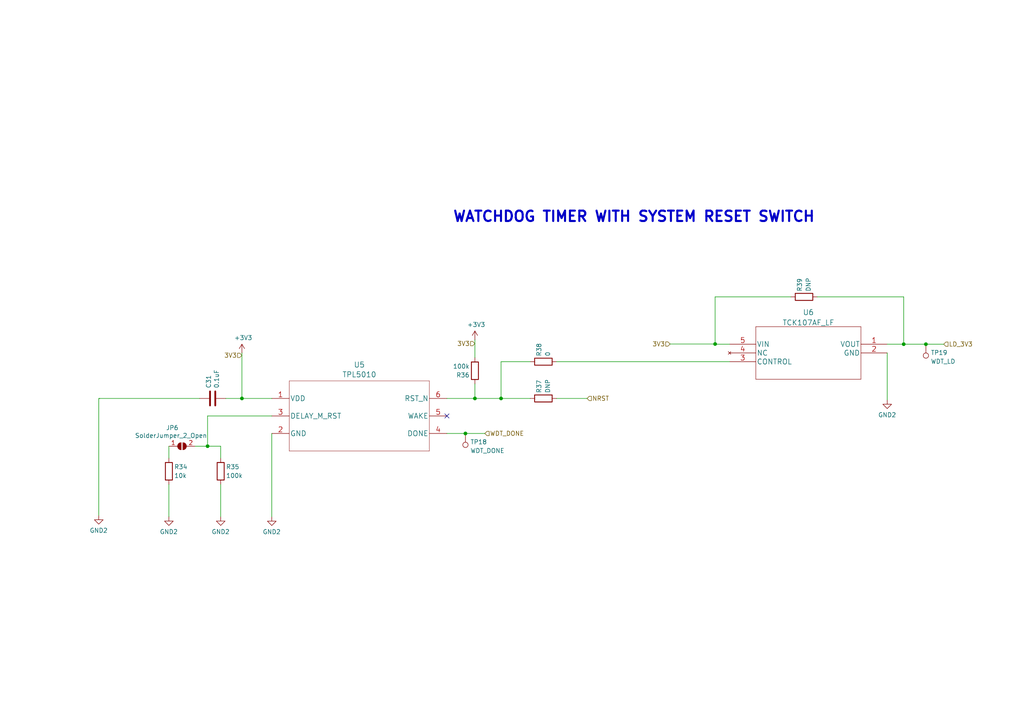
<source format=kicad_sch>
(kicad_sch (version 20231120) (generator "eeschema") (generator_version "8.0")
  (paper "A4")
  (title_block (title "PWX-Schematic_Repo") (date "2024-10-04") (rev "0") (company "Packetworx") (comment 1 "J.Javier"))
  (lib_symbols
    (symbol "Connector:TestPoint" (pin_numbers hide) (pin_names (offset 0.762) hide)
      (property "Reference" "TP" (at 0 6.858 0))
      (property "Value" "TestPoint" (at 0 5.08 0))
      (symbol "TestPoint_0_1"
        (circle (center 0 3.302) (radius 0.762))
      )
      (symbol "TestPoint_1_1"
        (pin passive line (at 0 0 90) (length 2.54) (name "1") (number "1"))
      )
    )
    (symbol "Device:C" (pin_numbers hide) (pin_names (offset 0.254))
      (property "Reference" "C" (at 0.635 2.54 0))
      (property "Value" "C" (at 0.635 -2.54 0))
      (symbol "C_0_1"
        (polyline (pts (xy -2.032 -0.762) (xy 2.032 -0.762)) (stroke (width 0.508)))
        (polyline (pts (xy -2.032 0.762) (xy 2.032 0.762)) (stroke (width 0.508)))
      )
      (symbol "C_1_1"
        (pin passive line (at 0 3.81 270) (length 2.794) (name "~") (number "1"))
        (pin passive line (at 0 -3.81 90) (length 2.794) (name "~") (number "2"))
      )
    )
    (symbol "Device:R" (pin_numbers hide) (pin_names (offset 0))
      (property "Reference" "R" (at 2.032 0 90))
      (property "Value" "R" (at 0 0 90))
      (symbol "R_0_1"
        (rectangle (start -1.016 -2.54) (end 1.016 2.54) (stroke (width 0.254)))
      )
      (symbol "R_1_1"
        (pin passive line (at 0 3.81 270) (length 1.27) (name "~") (number "1"))
        (pin passive line (at 0 -3.81 90) (length 1.27) (name "~") (number "2"))
      )
    )
    (symbol "Jumper:SolderJumper_2_Open" (pin_names (offset 0) hide)
      (property "Reference" "JP" (at 0 2.032 0))
      (property "Value" "SolderJumper_2_Open" (at 0 -2.54 0))
      (symbol "SolderJumper_2_Open_0_1"
        (arc (start -0.254 1.016) (mid -1.2656 0) (end -0.254 -1.016))
        (arc (start -0.254 1.016) (mid -1.2656 0) (end -0.254 -1.016) (fill (type outline)))
        (polyline (pts (xy -0.254 1.016) (xy -0.254 -1.016)))
        (polyline (pts (xy 0.254 1.016) (xy 0.254 -1.016)))
        (arc (start 0.254 -1.016) (mid 1.2656 0) (end 0.254 1.016))
        (arc (start 0.254 -1.016) (mid 1.2656 0) (end 0.254 1.016) (fill (type outline)))
      )
      (symbol "SolderJumper_2_Open_1_1"
        (pin passive line (at -3.81 0 0) (length 2.54) (name "A") (number "1"))
        (pin passive line (at 3.81 0 180) (length 2.54) (name "B") (number "2"))
      )
    )
    (symbol "power:+3V3" (power) (pin_names (offset 0))
      (property "Value" "+3V3" (at 0 3.556 0))
      (symbol "+3V3_0_1"
        (polyline (pts (xy -0.762 1.27) (xy 0 2.54)))
        (polyline (pts (xy 0 0) (xy 0 2.54)))
        (polyline (pts (xy 0 2.54) (xy 0.762 1.27)))
      )
      (symbol "+3V3_1_1"
        (pin power_in line (at 0 0 90) (length 0) hide (name "+3V3") (number "1"))
      )
    )
    (symbol "power:GND2" (power) (pin_names (offset 0))
      (property "Value" "GND2" (at 0 -3.81 0))
      (symbol "GND2_0_1"
        (polyline (pts (xy 0 0) (xy 0 -1.27) (xy 1.27 -1.27) (xy 0 -2.54) (xy -1.27 -1.27) (xy 0 -1.27)))
      )
      (symbol "GND2_1_1"
        (pin power_in line (at 0 0 270) (length 0) hide (name "GND2") (number "1"))
      )
    )
    (symbol "tpl5010:TPL5010DDCT" (pin_names (offset 0.254))
      (property "Reference" "U11" (at 0 14.841 0))
      (property "Value" "TPL5010" (at 0 12.0082 0))
      (symbol "TPL5010DDCT_1_1"
        (polyline (pts (xy -20.32 -10.16) (xy 20.32 -10.16)) (stroke (width 0.1016)))
        (polyline (pts (xy -20.32 10.16) (xy -20.32 -10.16)) (stroke (width 0.1016)))
        (polyline (pts (xy 20.32 -10.16) (xy 20.32 10.16)) (stroke (width 0.1016)))
        (polyline (pts (xy 20.32 10.16) (xy -20.32 10.16)) (stroke (width 0.1016)))
        (pin power_in line (at -25.4 5.08 0) (length 5.08) (name "VDD") (number "1"))
        (pin bidirectional line (at -25.4 -5.08 0) (length 5.08) (name "GND") (number "2"))
        (pin input line (at -25.4 0 0) (length 5.08) (name "DELAY_M_RST") (number "3"))
        (pin input line (at 25.4 -5.08 180) (length 5.08) (name "DONE") (number "4"))
        (pin output line (at 25.4 0 180) (length 5.08) (name "WAKE") (number "5"))
        (pin output line (at 25.4 5.08 180) (length 5.08) (name "RST_N") (number "6"))
      )
    )
    (symbol "ul_TCK107:TCK108AF_LF" (pin_names (offset 0.254))
      (property "Reference" "U10" (at 22.86 9.2276 0))
      (property "Value" "TCK107AF_LF" (at 22.86 6.2342 0))
      (symbol "TCK108AF_LF_1_1"
        (polyline (pts (xy 7.62 -10.16) (xy 38.1 -10.16)) (stroke (width 0.127)))
        (polyline (pts (xy 7.62 5.08) (xy 7.62 -10.16)) (stroke (width 0.127)))
        (polyline (pts (xy 38.1 -10.16) (xy 38.1 5.08)) (stroke (width 0.127)))
        (polyline (pts (xy 38.1 5.08) (xy 7.62 5.08)) (stroke (width 0.127)))
        (pin power_out line (at 0 0 0) (length 7.62) (name "VOUT") (number "1"))
        (pin bidirectional line (at 0 -2.54 0) (length 7.62) (name "GND") (number "2"))
        (pin unspecified line (at 45.72 -5.08 180) (length 7.62) (name "CONTROL") (number "3"))
        (pin no_connect line (at 45.72 -2.54 180) (length 7.62) (name "NC") (number "4"))
        (pin power_in line (at 45.72 0 180) (length 7.62) (name "VIN") (number "5"))
      )
    )
  )
  (junction (at 134.9975 125.7262))
  (junction (at 70.166 115.5662))
  (junction (at 60.202 129.4169))
  (junction (at 262.1126 99.8283))
  (junction (at 268.5503 99.8283))
  (junction (at 207.4108 99.7786))
  (junction (at 137.7407 115.5662))
  (junction (at 145.3255 115.5662))
  (no_connect (at 129.6257 120.6462))
  (wire (pts (xy 60.202 129.4226) (xy 56.6025 129.4226)))
  (wire (pts (xy 70.166 115.5662) (xy 78.8257 115.5662)))
  (wire (pts (xy 28.6452 115.5728) (xy 28.6452 149.4786)))
  (wire (pts (xy 78.8257 120.6462) (xy 60.202 120.6462)))
  (wire (pts (xy 137.7407 111.3411) (xy 137.7407 115.5662)))
  (wire (pts (xy 28.8992 115.5662) (xy 57.868 115.5662)))
  (wire (pts (xy 137.7407 98.5554) (xy 137.7407 103.7211)))
  (wire (pts (xy 129.6257 125.7262) (xy 134.9975 125.7262)))
  (wire (pts (xy 145.3255 115.5662) (xy 153.7961 115.5662)))
  (wire (pts (xy 237.0114 86.107) (xy 262.1126 86.107)))
  (wire (pts (xy 161.4161 115.5662) (xy 170.2716 115.5662)))
  (wire (pts (xy 137.7407 115.5662) (xy 145.3255 115.5662)))
  (wire (pts (xy 28.8992 115.5728) (xy 28.8992 115.5662)))
  (wire (pts (xy 161.4178 104.9083) (xy 211.6098 104.9083)))
  (wire (pts (xy 262.1126 99.8283) (xy 268.5503 99.8283)))
  (wire (pts (xy 194.3511 99.7786) (xy 207.4108 99.7786)))
  (wire (pts (xy 129.6257 115.5662) (xy 137.7407 115.5662)))
  (wire (pts (xy 48.9825 132.885) (xy 48.9825 129.4226)))
  (wire (pts (xy 207.4108 99.8283) (xy 211.6098 99.8283)))
  (wire (pts (xy 78.8257 125.7262) (xy 78.8257 149.8836)))
  (wire (pts (xy 60.202 129.4169) (xy 60.202 129.4226)))
  (wire (pts (xy 28.6452 115.5728) (xy 28.8992 115.5728)))
  (wire (pts (xy 60.202 120.6462) (xy 60.202 129.4169)))
  (wire (pts (xy 257.3298 102.3683) (xy 257.3298 115.966)))
  (wire (pts (xy 134.9975 125.7262) (xy 140.6177 125.7262)))
  (wire (pts (xy 65.488 115.5662) (xy 70.166 115.5662)))
  (wire (pts (xy 262.1126 99.8283) (xy 257.3298 99.8283)))
  (wire (pts (xy 207.4108 86.107) (xy 207.4108 99.7786)))
  (wire (pts (xy 207.4108 99.7786) (xy 207.4108 99.8283)))
  (wire (pts (xy 262.1126 86.107) (xy 262.1126 99.8283)))
  (wire (pts (xy 70.166 102.3754) (xy 70.166 115.5662)))
  (wire (pts (xy 48.9825 140.505) (xy 48.9825 149.8618)))
  (wire (pts (xy 64.0093 140.4993) (xy 64.0093 149.8561)))
  (wire (pts (xy 153.7978 104.9083) (xy 145.3255 104.9083)))
  (wire (pts (xy 229.3914 86.107) (xy 207.4108 86.107)))
  (wire (pts (xy 64.0093 132.8793) (xy 64.0093 129.4169)))
  (wire (pts (xy 268.5503 99.8283) (xy 273.7114 99.8283)))
  (wire (pts (xy 64.0093 129.4169) (xy 60.202 129.4169)))
  (wire (pts (xy 145.3255 104.9083) (xy 145.3255 115.5662)))
  (text "WATCHDOG TIMER WITH SYSTEM RESET SWITCH" (at 131.1985 64.7432 0) (effects (font (size 3 3) (bold yes)) (justify left bottom)))
  (hierarchical_label "3V3" (shape input) (at 70.166 103.0699 180))
  (hierarchical_label "NRST" (shape input) (at 170.2716 115.5662 0))
  (hierarchical_label "WDT_DONE" (shape input) (at 140.6177 125.7262 0))
  (hierarchical_label "LD_3V3" (shape input) (at 273.7114 99.8283 0))
  (hierarchical_label "3V3" (shape input) (at 194.3511 99.7786 180))
  (hierarchical_label "3V3" (shape input) (at 137.7407 99.6558 180))
  (symbol (lib_id "power:GND2") (at 78.8257 149.8836 0) (unit 1)
    (property "Reference" "#PWR077" (effects (hide yes)))
    (property "Value" "GND2" (at 78.8088 154.2683 0))
  )
  (symbol (lib_id "Device:R") (at 157.6061 115.5662 90) (unit 1)
    (property "Reference" "R37" (at 156.3361 114.0422 0) (effects (justify left)))
    (property "Value" "DNP" (at 158.8761 114.0422 0) (effects (justify left)))
    (property "Footprint" "Resistor_SMD:R_0603_1608Metric" (effects (hide yes)))
  )
  (symbol (lib_id "Connector:TestPoint") (at 268.5503 99.8283 180) (unit 1)
    (property "Reference" "TP19" (at 269.9473 102.2956 0) (effects (justify right)))
    (property "Value" "WDT_LD" (at 269.9473 104.8325 0) (effects (justify right)))
    (property "Footprint" "TestPoint:TestPoint_Pad_D1.0mm" (effects (hide yes)))
  )
  (symbol (lib_id "power:+3V3") (at 70.166 102.3754 0) (unit 1)
    (property "Reference" "#PWR076" (effects (hide yes)))
    (property "Value" "+3V3" (at 70.547 97.9812 0))
  )
  (symbol (lib_id "power:+3V3") (at 137.7407 98.5554 0) (unit 1)
    (property "Reference" "#PWR078" (effects (hide yes)))
    (property "Value" "+3V3" (at 138.1217 94.1612 0))
  )
  (symbol (lib_id "power:GND2") (at 28.6452 149.4786 0) (unit 1)
    (property "Reference" "#PWR073" (effects (hide yes)))
    (property "Value" "GND2" (at 28.6283 153.8633 0))
  )
  (symbol (lib_id "Device:R") (at 64.0093 136.6893 0) (unit 1)
    (property "Reference" "R35" (at 65.5333 135.4193 0) (effects (justify left)))
    (property "Value" "100k" (at 65.5333 137.9593 0) (effects (justify left)))
    (property "Footprint" "Resistor_SMD:R_0603_1608Metric" (effects (hide yes)))
  )
  (symbol (lib_id "Jumper:SolderJumper_2_Open") (at 52.7925 129.4226 0) (unit 1)
    (property "Reference" "JP6" (at 49.9685 124.082 0))
    (property "Value" "SolderJumper_2_Open" (at 49.5919 126.3417 0))
    (property "Footprint" "Connector_PinHeader_2.54mm:PinHeader_1x02_P2.54mm_Vertical" (effects (hide yes)))
  )
  (symbol (lib_id "Device:R") (at 157.6078 104.9083 90) (unit 1)
    (property "Reference" "R38" (at 156.3378 103.3843 0) (effects (justify left)))
    (property "Value" "0" (at 158.8778 103.3843 0) (effects (justify left)))
    (property "Footprint" "Resistor_SMD:R_0603_1608Metric" (effects (hide yes)))
    (property "LCSC" "C21189" (effects (hide yes)))
  )
  (symbol (lib_id "Device:R") (at 48.9825 136.695 0) (unit 1)
    (property "Reference" "R34" (at 50.5065 135.425 0) (effects (justify left)))
    (property "Value" "10k" (at 50.5065 137.965 0) (effects (justify left)))
    (property "Footprint" "Resistor_SMD:R_0603_1608Metric" (effects (hide yes)))
    (property "LCSC" "C98220" (effects (hide yes)))
  )
  (symbol (lib_id "Device:C") (at 61.678 115.5662 90) (unit 1)
    (property "Reference" "C31" (at 60.5096 112.6452 0) (effects (justify left)))
    (property "Value" "0.1uF" (at 62.821 112.6452 0) (effects (justify left)))
    (property "Footprint" "Capacitor_SMD:C_0603_1608Metric" (effects (hide yes)))
    (property "Datasheet" "https://connect.kemet.com:7667/gateway/IntelliData-ComponentDocumentation/1.0/download/datasheet/C0603C104J4RACTU" (effects (hide yes)))
    (property "Manufacturer_Name" "KEMET" (effects (hide yes)))
    (property "Manufacturer_Part_Number" "C0603C104J4RAC7867" (effects (hide yes)))
    (property "Price" "6.55000" (effects (hide yes)))
    (property "Purchase-URL" "https://www.digikey.ph/en/products/detail/kemet/C0603C104J4RAC7867/411096" (effects (hide yes)))
    (property "LCSC" "C1591" (effects (hide yes)))
  )
  (symbol (lib_id "power:GND2") (at 64.0093 149.8561 0) (unit 1)
    (property "Reference" "#PWR075" (effects (hide yes)))
    (property "Value" "GND2" (at 63.9924 154.2408 0))
  )
  (symbol (lib_id "Connector:TestPoint") (at 134.9975 125.7262 180) (unit 1)
    (property "Reference" "TP18" (at 136.3945 128.1935 0) (effects (justify right)))
    (property "Value" "WDT_DONE" (at 136.3945 130.7304 0) (effects (justify right)))
    (property "Footprint" "TestPoint:TestPoint_Pad_D1.0mm" (effects (hide yes)))
  )
  (symbol (lib_id "ul_TCK107:TCK108AF_LF") (at 257.3298 99.8283 0) (mirror y) (unit 1)
    (property "Reference" "U6" (at 234.4698 90.6007 0) (effects (font (size 1.524 1.524))))
    (property "Value" "TCK107AF_LF" (at 234.4698 93.5941 0) (effects (font (size 1.524 1.524))))
    (property "Footprint" "PWX-Footprints-SNAP:TCK108AF_LF" (effects (hide yes)))
  )
  (symbol (lib_id "power:GND2") (at 48.9825 149.8618 0) (unit 1)
    (property "Reference" "#PWR074" (effects (hide yes)))
    (property "Value" "GND2" (at 48.9656 154.2465 0))
  )
  (symbol (lib_id "Device:R") (at 137.7407 107.5311 180) (unit 1)
    (property "Reference" "R36" (at 136.2167 108.8011 0) (effects (justify left)))
    (property "Value" "100k" (at 136.2167 106.2611 0) (effects (justify left)))
    (property "Footprint" "Resistor_SMD:R_0603_1608Metric" (effects (hide yes)))
    (property "LCSC" "C14675" (effects (hide yes)))
  )
  (symbol (lib_id "tpl5010:TPL5010DDCT") (at 104.2257 120.6462 0) (unit 1)
    (property "Reference" "U5" (at 104.2257 105.8052 0) (effects (font (size 1.524 1.524))))
    (property "Value" "TPL5010" (at 104.2257 108.638 0) (effects (font (size 1.524 1.524))))
    (property "Footprint" "PWX-Footprints-SNAP:TPL5010DDCR" (effects (hide yes)))
    (property "LCSC" "C473912" (effects (hide yes)))
  )
  (symbol (lib_id "power:GND2") (at 257.3298 115.966 0) (unit 1)
    (property "Reference" "#PWR079" (effects (hide yes)))
    (property "Value" "GND2" (at 257.3129 120.3507 0))
  )
  (symbol (lib_id "Device:R") (at 233.2014 86.107 90) (unit 1)
    (property "Reference" "R39" (at 231.9314 84.583 0) (effects (justify left)))
    (property "Value" "DNP" (at 234.4714 84.583 0) (effects (justify left)))
    (property "Footprint" "Resistor_SMD:R_0805_2012Metric" (effects (hide yes)))
  )
)
</source>
